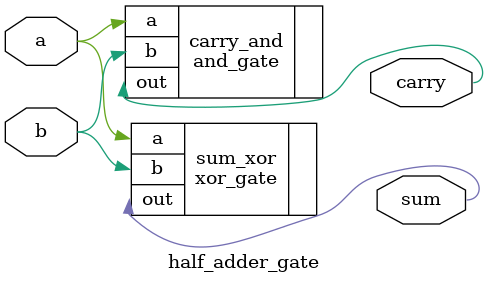
<source format=v>
`include "src/Week1/and_gate.v"
`include "src/Week1/xor_gate.v"

`ifndef HALF_ADDER_GATE_V
`define HALF_ADDER_GATE_V
module half_adder_gate(
    output wire sum,
    output wire carry,
    input wire a,
    input wire b
);
    // Simple half adder gate
    // assign sum = a ^ b; // XOR
    // assign carry = a & b; // AND

    // Using gate primitives
    xor_gate sum_xor(
        .out(sum),
        .a(a),
        .b(b)
    );

    and_gate carry_and(
        .out(carry),
        .a(a),
        .b(b)
    );
endmodule
`endif
</source>
